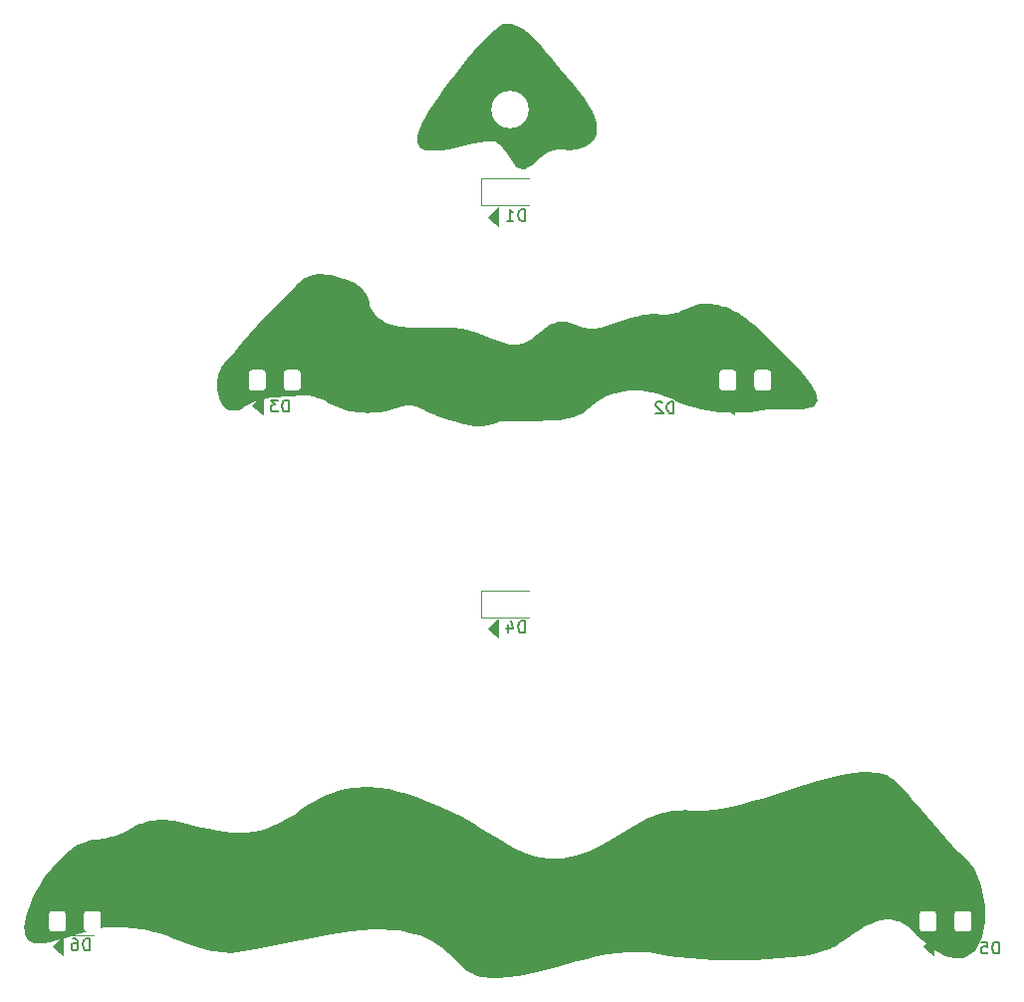
<source format=gbo>
G04 #@! TF.GenerationSoftware,KiCad,Pcbnew,7.0.2.1-36-g582732918d-dirty-deb11*
G04 #@! TF.CreationDate,2024-01-19T22:57:27+00:00*
G04 #@! TF.ProjectId,baumsatz,6261756d-7361-4747-9a2e-6b696361645f,rev?*
G04 #@! TF.SameCoordinates,Original*
G04 #@! TF.FileFunction,Legend,Bot*
G04 #@! TF.FilePolarity,Positive*
%FSLAX46Y46*%
G04 Gerber Fmt 4.6, Leading zero omitted, Abs format (unit mm)*
G04 Created by KiCad (PCBNEW 7.0.2.1-36-g582732918d-dirty-deb11) date 2024-01-19 22:57:27*
%MOMM*%
%LPD*%
G01*
G04 APERTURE LIST*
%ADD10C,0.000000*%
%ADD11C,0.150000*%
%ADD12C,0.120000*%
%ADD13C,3.200000*%
G04 APERTURE END LIST*
D10*
G36*
X-173408Y-680134D02*
G01*
X9903Y-703650D01*
X190849Y-741842D01*
X369524Y-794041D01*
X546020Y-859579D01*
X720430Y-937785D01*
X892846Y-1027992D01*
X1063363Y-1129529D01*
X1232072Y-1241729D01*
X1399067Y-1363921D01*
X1728284Y-1635609D01*
X2051756Y-1939240D01*
X2370228Y-2269462D01*
X2684442Y-2620922D01*
X2995140Y-2988269D01*
X3608961Y-3749214D01*
X4217635Y-4509476D01*
X4521898Y-4875971D01*
X4827103Y-5226238D01*
X5369425Y-5841536D01*
X5678427Y-6210619D01*
X5995888Y-6611247D01*
X6309235Y-7036361D01*
X6605891Y-7478904D01*
X6873282Y-7931818D01*
X6992073Y-8159957D01*
X7098832Y-8388043D01*
X7191987Y-8615192D01*
X7269966Y-8840522D01*
X7331197Y-9063151D01*
X7374108Y-9282196D01*
X7397128Y-9496776D01*
X7398684Y-9706008D01*
X7377205Y-9909009D01*
X7331118Y-10104898D01*
X7258853Y-10292793D01*
X7158836Y-10471810D01*
X7029495Y-10641068D01*
X6869260Y-10799684D01*
X6676558Y-10946776D01*
X6449818Y-11081462D01*
X6187466Y-11202859D01*
X5887932Y-11310086D01*
X5756787Y-11347655D01*
X5630757Y-11377024D01*
X5509424Y-11399000D01*
X5392370Y-11414391D01*
X5279176Y-11424006D01*
X5169423Y-11428652D01*
X4958568Y-11426271D01*
X4559737Y-11397444D01*
X4365064Y-11383926D01*
X4169088Y-11379626D01*
X4069565Y-11382952D01*
X3968461Y-11391006D01*
X3865356Y-11404597D01*
X3759833Y-11424533D01*
X3651472Y-11451621D01*
X3539856Y-11486670D01*
X3424565Y-11530488D01*
X3305181Y-11583883D01*
X3181286Y-11647663D01*
X3052460Y-11722635D01*
X2918286Y-11809609D01*
X2778345Y-11909392D01*
X2632218Y-12022792D01*
X2479486Y-12150617D01*
X2319731Y-12293676D01*
X2152535Y-12452777D01*
X1979975Y-12612228D01*
X1816637Y-12744418D01*
X1662030Y-12850696D01*
X1515664Y-12932413D01*
X1377049Y-12990919D01*
X1245693Y-13027565D01*
X1121108Y-13043701D01*
X1002801Y-13040677D01*
X890284Y-13019845D01*
X783066Y-12982554D01*
X680655Y-12930155D01*
X582563Y-12863999D01*
X488298Y-12785435D01*
X397370Y-12695815D01*
X309290Y-12596489D01*
X223565Y-12488807D01*
X57224Y-12253778D01*
X-105577Y-12001531D01*
X-436246Y-11488600D01*
X-611961Y-11249523D01*
X-704130Y-11139058D01*
X-799827Y-11036443D01*
X-899542Y-10943028D01*
X-1003766Y-10860164D01*
X-1112990Y-10789201D01*
X-1227703Y-10731490D01*
X-1376459Y-10687440D01*
X-1557974Y-10666750D01*
X-1769219Y-10666950D01*
X-2007166Y-10685572D01*
X-2551050Y-10768200D01*
X-3165398Y-10894879D01*
X-4508568Y-11201367D01*
X-5188933Y-11341664D01*
X-5842848Y-11446989D01*
X-6446082Y-11497586D01*
X-6721123Y-11496188D01*
X-6974408Y-11473700D01*
X-7202909Y-11427651D01*
X-7403597Y-11355574D01*
X-7573443Y-11254998D01*
X-7709420Y-11123454D01*
X-7808498Y-10958472D01*
X-7867648Y-10757583D01*
X-7883843Y-10518317D01*
X-7854054Y-10238205D01*
X-7775251Y-9914778D01*
X-7644408Y-9545566D01*
X-7458494Y-9128100D01*
X-7214481Y-8659909D01*
X-7214477Y-8659911D01*
X-6911450Y-8142192D01*
X-6548468Y-7570957D01*
X-6134795Y-6958200D01*
X-5679694Y-6315918D01*
X-5192430Y-5656107D01*
X-4682266Y-4990761D01*
X-4158466Y-4331877D01*
X-3630294Y-3691450D01*
X-3107014Y-3081476D01*
X-2597889Y-2513950D01*
X-2112184Y-2000868D01*
X-1659161Y-1554225D01*
X-1248085Y-1186018D01*
X-888220Y-908241D01*
X-730386Y-807013D01*
X-588829Y-732891D01*
X-464706Y-687374D01*
X-359176Y-671963D01*
X-173408Y-680134D01*
G37*
G36*
X-15982755Y-21983347D02*
G01*
X-15640095Y-22010673D01*
X-15278997Y-22067331D01*
X-14897921Y-22152058D01*
X-14495327Y-22263596D01*
X-14069676Y-22400683D01*
X-13619428Y-22562059D01*
X-13401029Y-22650340D01*
X-13205120Y-22742938D01*
X-13030206Y-22839579D01*
X-12874792Y-22939989D01*
X-12737381Y-23043896D01*
X-12616480Y-23151025D01*
X-12510592Y-23261103D01*
X-12418223Y-23373857D01*
X-12337876Y-23489014D01*
X-12268057Y-23606299D01*
X-12207270Y-23725439D01*
X-12154019Y-23846161D01*
X-12064148Y-24091256D01*
X-11986479Y-24339397D01*
X-11909051Y-24588395D01*
X-11819900Y-24836063D01*
X-11767190Y-24958714D01*
X-11707064Y-25080212D01*
X-11638026Y-25200284D01*
X-11558580Y-25318655D01*
X-11467231Y-25435053D01*
X-11362485Y-25549205D01*
X-11242844Y-25660835D01*
X-11106816Y-25769672D01*
X-10952903Y-25875441D01*
X-10779610Y-25977870D01*
X-10585443Y-26076683D01*
X-10368906Y-26171610D01*
X-10084525Y-26271085D01*
X-9774020Y-26350943D01*
X-9440867Y-26413213D01*
X-9088542Y-26459925D01*
X-8720523Y-26493109D01*
X-8340285Y-26514794D01*
X-7557062Y-26531787D01*
X-5996966Y-26517092D01*
X-5275719Y-26517879D01*
X-4941964Y-26527411D01*
X-4630756Y-26545740D01*
X-4326638Y-26578738D01*
X-4024058Y-26628596D01*
X-3723049Y-26693256D01*
X-3423645Y-26770659D01*
X-3125877Y-26858747D01*
X-2829779Y-26955463D01*
X-2242725Y-27166542D01*
X-1090104Y-27601663D01*
X-806617Y-27701138D01*
X-525063Y-27792775D01*
X-245476Y-27874515D01*
X32112Y-27944299D01*
X232714Y-27979898D01*
X424791Y-27994134D01*
X609012Y-27988583D01*
X786049Y-27964823D01*
X956572Y-27924429D01*
X1121250Y-27868977D01*
X1280755Y-27800045D01*
X1435756Y-27719208D01*
X1586923Y-27628043D01*
X1734926Y-27528126D01*
X2024124Y-27308342D01*
X2594048Y-26833111D01*
X2885498Y-26602885D01*
X3035190Y-26495137D01*
X3188421Y-26394401D01*
X3345861Y-26302252D01*
X3508179Y-26220268D01*
X3676047Y-26150025D01*
X3850135Y-26093098D01*
X4031112Y-26051065D01*
X4219648Y-26025502D01*
X4416415Y-26017984D01*
X4622083Y-26030089D01*
X4837320Y-26063393D01*
X5062798Y-26119472D01*
X5299188Y-26199903D01*
X5547158Y-26306261D01*
X5759511Y-26397145D01*
X5970863Y-26469579D01*
X6181395Y-26524635D01*
X6391294Y-26563388D01*
X6600741Y-26586912D01*
X6809922Y-26596282D01*
X7019019Y-26592570D01*
X7228217Y-26576852D01*
X7647649Y-26513691D01*
X8069688Y-26415392D01*
X8495806Y-26290548D01*
X8927471Y-26147751D01*
X9813328Y-25842671D01*
X10270459Y-25697573D01*
X10739020Y-25568893D01*
X11220481Y-25465223D01*
X11466508Y-25425453D01*
X11716311Y-25395157D01*
X11970074Y-25375411D01*
X12227981Y-25367288D01*
X12490216Y-25371862D01*
X12756962Y-25390207D01*
X12947167Y-25404373D01*
X13127370Y-25410084D01*
X13298235Y-25407916D01*
X13460426Y-25398446D01*
X13614606Y-25382249D01*
X13761441Y-25359903D01*
X13901593Y-25331983D01*
X14035727Y-25299065D01*
X14164506Y-25261727D01*
X14288594Y-25220544D01*
X14525354Y-25128950D01*
X14751317Y-25028893D01*
X14971795Y-24924985D01*
X15192099Y-24821835D01*
X15417540Y-24724055D01*
X15653429Y-24636254D01*
X15776951Y-24597538D01*
X15905076Y-24563045D01*
X16038469Y-24533352D01*
X16177794Y-24509036D01*
X16323713Y-24490674D01*
X16476892Y-24478840D01*
X16637994Y-24474112D01*
X16807683Y-24477066D01*
X16986622Y-24488278D01*
X17175476Y-24508325D01*
X17416038Y-24544315D01*
X17651164Y-24590202D01*
X17881094Y-24645635D01*
X18106061Y-24710265D01*
X18326303Y-24783740D01*
X18542056Y-24865710D01*
X18753555Y-24955824D01*
X18961038Y-25053730D01*
X19364898Y-25271520D01*
X19755525Y-25516272D01*
X20134809Y-25785181D01*
X20504639Y-26075442D01*
X20866906Y-26384248D01*
X21223498Y-26708792D01*
X21576306Y-27046270D01*
X21927219Y-27393875D01*
X23349717Y-28829443D01*
X23886953Y-29367236D01*
X24358561Y-29862070D01*
X24767358Y-30315710D01*
X25116157Y-30729927D01*
X25407774Y-31106487D01*
X25645025Y-31447160D01*
X25830725Y-31753712D01*
X25967690Y-32027913D01*
X26058734Y-32271530D01*
X26106673Y-32486331D01*
X26114323Y-32674085D01*
X26084498Y-32836559D01*
X26020015Y-32975522D01*
X25923688Y-33092742D01*
X25798334Y-33189987D01*
X25646766Y-33269025D01*
X25471801Y-33331624D01*
X25276254Y-33379553D01*
X24834676Y-33438470D01*
X24344554Y-33459922D01*
X23828410Y-33458054D01*
X22808153Y-33440936D01*
X22349085Y-33453975D01*
X21954087Y-33500274D01*
X21437430Y-33589553D01*
X20918077Y-33661172D01*
X20396925Y-33714828D01*
X19874873Y-33750217D01*
X19352816Y-33767036D01*
X18831654Y-33764982D01*
X18312283Y-33743749D01*
X17795601Y-33703036D01*
X17282506Y-33642538D01*
X16773894Y-33561953D01*
X16270663Y-33460975D01*
X15773711Y-33339302D01*
X15283935Y-33196630D01*
X14802232Y-33032656D01*
X14329501Y-32847075D01*
X13866639Y-32639585D01*
X13425567Y-32444441D01*
X12973686Y-32275346D01*
X12513083Y-32133631D01*
X12045845Y-32020625D01*
X11574061Y-31937660D01*
X11099817Y-31886065D01*
X10625201Y-31867172D01*
X10152301Y-31882309D01*
X9683205Y-31932809D01*
X9220000Y-32020000D01*
X8991258Y-32077770D01*
X8764773Y-32145213D01*
X8540804Y-32222494D01*
X8319613Y-32309779D01*
X8101460Y-32407235D01*
X7886606Y-32515028D01*
X7675313Y-32633324D01*
X7467841Y-32762290D01*
X7264451Y-32902092D01*
X7065405Y-33052896D01*
X6870963Y-33214868D01*
X6681385Y-33388176D01*
X6438082Y-33599061D01*
X6179054Y-33781013D01*
X5902075Y-33936118D01*
X5604919Y-34066462D01*
X5285358Y-34174132D01*
X4941165Y-34261214D01*
X4570116Y-34329794D01*
X4169982Y-34381958D01*
X3738537Y-34419793D01*
X3273555Y-34445385D01*
X2234072Y-34468184D01*
X-345314Y-34458660D01*
X-605833Y-34470393D01*
X-834232Y-34504289D01*
X-1039740Y-34554718D01*
X-1231583Y-34616054D01*
X-1611186Y-34748938D01*
X-1817401Y-34809230D01*
X-2046863Y-34857919D01*
X-2308799Y-34889378D01*
X-2612436Y-34897979D01*
X-2967002Y-34878094D01*
X-3381725Y-34824097D01*
X-3865833Y-34730360D01*
X-4428553Y-34591256D01*
X-5079113Y-34401156D01*
X-5826740Y-34154434D01*
X-6149620Y-34036676D01*
X-6443900Y-33918995D01*
X-6712885Y-33803169D01*
X-6959879Y-33690978D01*
X-7401110Y-33484618D01*
X-7601955Y-33394009D01*
X-7794026Y-33314151D01*
X-7980626Y-33246826D01*
X-8072907Y-33218419D01*
X-8165060Y-33193812D01*
X-8257498Y-33173228D01*
X-8350632Y-33156889D01*
X-8444878Y-33145017D01*
X-8540646Y-33137835D01*
X-8638352Y-33135566D01*
X-8738407Y-33138432D01*
X-8841224Y-33146654D01*
X-8947218Y-33160457D01*
X-9056799Y-33180061D01*
X-9170383Y-33205690D01*
X-9288381Y-33237566D01*
X-9411207Y-33275911D01*
X-9854988Y-33413963D01*
X-10279080Y-33527446D01*
X-10684238Y-33617730D01*
X-11071218Y-33686182D01*
X-11440776Y-33734170D01*
X-11793667Y-33763063D01*
X-12130648Y-33774227D01*
X-12452475Y-33769032D01*
X-12759902Y-33748845D01*
X-13053687Y-33715034D01*
X-13334585Y-33668967D01*
X-13603351Y-33612012D01*
X-13860742Y-33545538D01*
X-14107514Y-33470911D01*
X-14344422Y-33389501D01*
X-14572223Y-33302675D01*
X-15003524Y-33118248D01*
X-15407465Y-32928573D01*
X-15790091Y-32744595D01*
X-16157451Y-32577258D01*
X-16337296Y-32503249D01*
X-16515591Y-32437505D01*
X-16693093Y-32381393D01*
X-16870558Y-32336281D01*
X-17048741Y-32303537D01*
X-17228398Y-32284530D01*
X-17410286Y-32280627D01*
X-17595159Y-32293195D01*
X-20057160Y-32456338D01*
X-20380700Y-32498545D01*
X-20706790Y-32554508D01*
X-21035143Y-32626897D01*
X-21365471Y-32718385D01*
X-21697486Y-32831644D01*
X-22030901Y-32969348D01*
X-22365428Y-33134166D01*
X-22700780Y-33328773D01*
X-22892337Y-33436510D01*
X-23076702Y-33516057D01*
X-23253633Y-33568724D01*
X-23422890Y-33595818D01*
X-23584229Y-33598648D01*
X-23737409Y-33578521D01*
X-23882188Y-33536747D01*
X-24018324Y-33474633D01*
X-24145574Y-33393488D01*
X-24263697Y-33294620D01*
X-24372451Y-33179338D01*
X-24471594Y-33048948D01*
X-24560883Y-32904761D01*
X-24640077Y-32748083D01*
X-24708934Y-32580224D01*
X-24767212Y-32402492D01*
X-24814669Y-32216194D01*
X-24851062Y-32022639D01*
X-24876150Y-31823136D01*
X-24889691Y-31618992D01*
X-24891443Y-31411516D01*
X-24881163Y-31202017D01*
X-24858611Y-30991801D01*
X-24823543Y-30782179D01*
X-24775717Y-30574457D01*
X-24714893Y-30369945D01*
X-24640827Y-30169949D01*
X-24553279Y-29975780D01*
X-24452005Y-29788745D01*
X-24336763Y-29610152D01*
X-24207313Y-29441309D01*
X-24063413Y-29283527D01*
X-24063413Y-29283528D01*
X-24063413Y-29283529D01*
X-23729346Y-28924297D01*
X-23401923Y-28560545D01*
X-22761425Y-27823820D01*
X-21498736Y-26343839D01*
X-20854211Y-25617929D01*
X-20523768Y-25262289D01*
X-20186010Y-24912972D01*
X-19839542Y-24571061D01*
X-19482967Y-24237640D01*
X-19114890Y-23913794D01*
X-18733915Y-23600607D01*
X-18490969Y-23265293D01*
X-18244979Y-22971917D01*
X-18120362Y-22840560D01*
X-17994407Y-22719216D01*
X-17866921Y-22607725D01*
X-17737712Y-22505930D01*
X-17606587Y-22413674D01*
X-17473355Y-22330799D01*
X-17337822Y-22257148D01*
X-17199796Y-22192562D01*
X-17059085Y-22136885D01*
X-16915496Y-22089959D01*
X-16768837Y-22051626D01*
X-16618916Y-22021729D01*
X-16465539Y-22000110D01*
X-16308515Y-21986612D01*
X-16147651Y-21981077D01*
X-15982755Y-21983347D01*
G37*
G36*
X-24063413Y-29283527D02*
G01*
X-24063413Y-29283526D01*
X-24063412Y-29283526D01*
X-24063412Y-29283525D01*
X-24063411Y-29283525D01*
X-24063413Y-29283527D01*
G37*
G36*
X30940057Y-64339568D02*
G01*
X31346785Y-64391371D01*
X31736878Y-64473526D01*
X31879349Y-64518976D01*
X32025750Y-64582713D01*
X32176200Y-64664086D01*
X32330819Y-64762444D01*
X32489726Y-64877134D01*
X32653041Y-65007505D01*
X32993370Y-65312686D01*
X33352762Y-65672776D01*
X33732170Y-66082563D01*
X34132551Y-66536836D01*
X34554858Y-67030383D01*
X35469071Y-68114455D01*
X36482450Y-69293088D01*
X37028714Y-69904837D01*
X37602633Y-70524593D01*
X38205163Y-71147143D01*
X38837258Y-71767276D01*
X39093269Y-72042599D01*
X39327014Y-72356344D01*
X39538186Y-72704153D01*
X39726476Y-73081666D01*
X39891574Y-73484524D01*
X40033173Y-73908368D01*
X40150964Y-74348839D01*
X40244639Y-74801576D01*
X40358403Y-75726417D01*
X40371998Y-76648015D01*
X40340461Y-77096700D01*
X40282956Y-77531498D01*
X40199174Y-77948048D01*
X40088807Y-78341991D01*
X39951546Y-78708969D01*
X39787083Y-79044621D01*
X39595109Y-79344589D01*
X39375316Y-79604514D01*
X39127394Y-79820035D01*
X38851037Y-79986795D01*
X38545934Y-80100433D01*
X38211777Y-80156591D01*
X37848259Y-80150909D01*
X37455069Y-80079028D01*
X37031900Y-79936589D01*
X36578444Y-79719232D01*
X36094391Y-79422599D01*
X35579432Y-79042330D01*
X35033261Y-78574065D01*
X34455567Y-78013446D01*
X34220376Y-77784767D01*
X33988419Y-77583485D01*
X33759522Y-77408550D01*
X33533510Y-77258912D01*
X33310210Y-77133519D01*
X33089447Y-77031322D01*
X32871047Y-76951268D01*
X32654836Y-76892308D01*
X32440639Y-76853390D01*
X32228282Y-76833463D01*
X32017590Y-76831478D01*
X31808390Y-76846382D01*
X31600508Y-76877126D01*
X31393768Y-76922658D01*
X31187997Y-76981928D01*
X30983021Y-77053884D01*
X30778665Y-77137477D01*
X30574755Y-77231654D01*
X30167575Y-77447562D01*
X29760089Y-77693201D01*
X29350900Y-77960165D01*
X28521843Y-78524441D01*
X28099186Y-78804940D01*
X27669251Y-79073139D01*
X27422256Y-79206075D01*
X27141200Y-79331018D01*
X26484824Y-79557275D01*
X25715953Y-79752609D01*
X24850417Y-79917718D01*
X23904048Y-80053303D01*
X22892677Y-80160061D01*
X21832135Y-80238693D01*
X20738252Y-80289896D01*
X19626860Y-80314369D01*
X18513789Y-80312813D01*
X17414870Y-80285925D01*
X16345934Y-80234404D01*
X15322813Y-80158951D01*
X14361336Y-80060262D01*
X13477336Y-79939039D01*
X12686642Y-79795978D01*
X12234252Y-79712894D01*
X11784315Y-79651634D01*
X11336740Y-79610958D01*
X10891434Y-79589629D01*
X10007265Y-79600059D01*
X9131070Y-79673018D01*
X8262114Y-79798601D01*
X7399660Y-79966902D01*
X6542973Y-80168016D01*
X5691316Y-80392038D01*
X4000149Y-80869184D01*
X2320271Y-81319097D01*
X1482725Y-81509078D01*
X645793Y-81662535D01*
X-191262Y-81769563D01*
X-1029174Y-81820255D01*
X-1429824Y-81819423D01*
X-1796912Y-81798540D01*
X-2133037Y-81758789D01*
X-2440798Y-81701352D01*
X-2722792Y-81627411D01*
X-2981617Y-81538150D01*
X-3219872Y-81434750D01*
X-3440155Y-81318395D01*
X-3645064Y-81190266D01*
X-3837197Y-81051546D01*
X-4019153Y-80903417D01*
X-4193529Y-80747062D01*
X-4529935Y-80414403D01*
X-4867200Y-80063030D01*
X-5226111Y-79702401D01*
X-5420178Y-79521572D01*
X-5627451Y-79341976D01*
X-5850528Y-79164797D01*
X-6092007Y-78991216D01*
X-6354486Y-78822415D01*
X-6640563Y-78659578D01*
X-6952837Y-78503887D01*
X-7293905Y-78356525D01*
X-7666366Y-78218672D01*
X-8072818Y-78091513D01*
X-8515859Y-77976230D01*
X-8998087Y-77874005D01*
X-9522101Y-77786020D01*
X-10090498Y-77713459D01*
X-10831447Y-77671422D01*
X-11670424Y-77689430D01*
X-12590434Y-77759289D01*
X-13574481Y-77872806D01*
X-15666706Y-78198041D01*
X-17811138Y-78599588D01*
X-21712770Y-79369431D01*
X-23198046Y-79606634D01*
X-23764815Y-79659629D01*
X-24191679Y-79657963D01*
X-24582845Y-79617417D01*
X-24952274Y-79568923D01*
X-25301566Y-79513100D01*
X-25632323Y-79450566D01*
X-26244641Y-79307842D01*
X-26802041Y-79145702D01*
X-27317338Y-78969097D01*
X-27803345Y-78782978D01*
X-28738750Y-78402004D01*
X-29213775Y-78217050D01*
X-29710768Y-78042387D01*
X-30242542Y-77882966D01*
X-30821913Y-77743736D01*
X-31133451Y-77683241D01*
X-31461693Y-77629651D01*
X-31808242Y-77583584D01*
X-32174699Y-77545660D01*
X-32562665Y-77516497D01*
X-32973742Y-77496715D01*
X-33409533Y-77486931D01*
X-33871638Y-77487766D01*
X-34168987Y-77501886D01*
X-34478476Y-77535005D01*
X-35127155Y-77649350D01*
X-35804234Y-77813017D01*
X-36496271Y-78008223D01*
X-37871448Y-78422124D01*
X-38527704Y-78605253D01*
X-39145148Y-78748790D01*
X-39710339Y-78834954D01*
X-39969138Y-78850963D01*
X-40209834Y-78845960D01*
X-40430745Y-78817722D01*
X-40630191Y-78764026D01*
X-40806492Y-78682650D01*
X-40957967Y-78571370D01*
X-41082937Y-78427964D01*
X-41179721Y-78250208D01*
X-41246639Y-78035881D01*
X-41282010Y-77782759D01*
X-41284155Y-77488619D01*
X-41251392Y-77151238D01*
X-41182043Y-76768394D01*
X-41074425Y-76337864D01*
X-40941605Y-75921137D01*
X-40766331Y-75468338D01*
X-40551149Y-74987870D01*
X-40298609Y-74488138D01*
X-40011259Y-73977546D01*
X-39691647Y-73464499D01*
X-39342322Y-72957401D01*
X-38965831Y-72464656D01*
X-38564723Y-71994670D01*
X-38141546Y-71555846D01*
X-37698848Y-71156589D01*
X-37470975Y-70974424D01*
X-37239177Y-70805303D01*
X-37003774Y-70650276D01*
X-36765083Y-70510393D01*
X-36523423Y-70386705D01*
X-36279112Y-70280263D01*
X-36032470Y-70192117D01*
X-35783814Y-70123318D01*
X-35533463Y-70074916D01*
X-35281736Y-70047962D01*
X-35281735Y-70047962D01*
X-34979943Y-70022708D01*
X-34695816Y-69986730D01*
X-34428039Y-69940977D01*
X-34175294Y-69886398D01*
X-33936268Y-69823940D01*
X-33709645Y-69754552D01*
X-33494108Y-69679182D01*
X-33288343Y-69598778D01*
X-32900864Y-69426662D01*
X-32536684Y-69245791D01*
X-31836123Y-68888124D01*
X-31478694Y-68726501D01*
X-31293587Y-68653312D01*
X-31102465Y-68586467D01*
X-30904012Y-68526916D01*
X-30696913Y-68475607D01*
X-30479852Y-68433489D01*
X-30251513Y-68401508D01*
X-30010581Y-68380615D01*
X-29755741Y-68371756D01*
X-29485677Y-68375880D01*
X-29199072Y-68393936D01*
X-28894613Y-68426872D01*
X-28570983Y-68475635D01*
X-28226866Y-68541175D01*
X-27860947Y-68624439D01*
X-26280472Y-68997352D01*
X-25557701Y-69149593D01*
X-24872819Y-69274619D01*
X-24220512Y-69369123D01*
X-23595463Y-69429804D01*
X-22992356Y-69453354D01*
X-22405876Y-69436472D01*
X-21830708Y-69375851D01*
X-21261535Y-69268187D01*
X-20693042Y-69110177D01*
X-20119912Y-68898516D01*
X-19536832Y-68629898D01*
X-18938483Y-68301021D01*
X-18319552Y-67908579D01*
X-17674722Y-67449268D01*
X-17200222Y-67113894D01*
X-16725216Y-66816649D01*
X-16250237Y-66555946D01*
X-15775816Y-66330200D01*
X-15302482Y-66137824D01*
X-14830767Y-65977232D01*
X-14361201Y-65846839D01*
X-13894316Y-65745058D01*
X-13430642Y-65670303D01*
X-12970711Y-65620988D01*
X-12515052Y-65595528D01*
X-12064197Y-65592335D01*
X-11179021Y-65646409D01*
X-10319430Y-65770522D01*
X-9489670Y-65951986D01*
X-8693989Y-66178113D01*
X-7936631Y-66436213D01*
X-7221845Y-66713599D01*
X-5936973Y-67275472D01*
X-4873344Y-67762226D01*
X-4250007Y-68057054D01*
X-3640713Y-68379693D01*
X-3043011Y-68722577D01*
X-2454446Y-69078140D01*
X-1294917Y-69797034D01*
X-719046Y-70145232D01*
X-142499Y-70475843D01*
X437176Y-70781300D01*
X1022434Y-71054037D01*
X1615727Y-71286487D01*
X1916153Y-71385240D01*
X2219508Y-71471084D01*
X2526099Y-71543072D01*
X2836232Y-71600260D01*
X3150213Y-71641702D01*
X3468350Y-71666451D01*
X3790949Y-71673562D01*
X4118317Y-71662089D01*
X4450761Y-71631087D01*
X4788586Y-71579609D01*
X5192965Y-71496828D01*
X5582120Y-71399455D01*
X5957096Y-71288674D01*
X6318935Y-71165667D01*
X6668681Y-71031620D01*
X7007377Y-70887715D01*
X7655795Y-70575066D01*
X8272537Y-70237188D01*
X8865948Y-69883550D01*
X10016172Y-69166868D01*
X10589679Y-68822760D01*
X11173247Y-68500767D01*
X11775222Y-68210355D01*
X12085721Y-68079951D01*
X12403952Y-67960993D01*
X12730959Y-67854665D01*
X13067786Y-67762150D01*
X13415474Y-67684633D01*
X13775069Y-67623295D01*
X14147613Y-67579321D01*
X14534149Y-67553895D01*
X14935722Y-67548200D01*
X15353375Y-67563419D01*
X15851277Y-67579890D01*
X16358860Y-67570246D01*
X17399560Y-67480144D01*
X18468458Y-67308170D01*
X19558535Y-67069384D01*
X20662774Y-66778841D01*
X21774155Y-66451601D01*
X23990276Y-65747259D01*
X26150753Y-65076818D01*
X27192580Y-64791955D01*
X28199442Y-64560741D01*
X29164320Y-64398233D01*
X30080198Y-64319489D01*
X30517568Y-64316235D01*
X30940057Y-64339568D01*
G37*
D11*
X-35761905Y-79462619D02*
X-35761905Y-78462619D01*
X-35761905Y-78462619D02*
X-36000000Y-78462619D01*
X-36000000Y-78462619D02*
X-36142857Y-78510238D01*
X-36142857Y-78510238D02*
X-36238095Y-78605476D01*
X-36238095Y-78605476D02*
X-36285714Y-78700714D01*
X-36285714Y-78700714D02*
X-36333333Y-78891190D01*
X-36333333Y-78891190D02*
X-36333333Y-79034047D01*
X-36333333Y-79034047D02*
X-36285714Y-79224523D01*
X-36285714Y-79224523D02*
X-36238095Y-79319761D01*
X-36238095Y-79319761D02*
X-36142857Y-79415000D01*
X-36142857Y-79415000D02*
X-36000000Y-79462619D01*
X-36000000Y-79462619D02*
X-35761905Y-79462619D01*
X-37190476Y-78462619D02*
X-37000000Y-78462619D01*
X-37000000Y-78462619D02*
X-36904762Y-78510238D01*
X-36904762Y-78510238D02*
X-36857143Y-78557857D01*
X-36857143Y-78557857D02*
X-36761905Y-78700714D01*
X-36761905Y-78700714D02*
X-36714286Y-78891190D01*
X-36714286Y-78891190D02*
X-36714286Y-79272142D01*
X-36714286Y-79272142D02*
X-36761905Y-79367380D01*
X-36761905Y-79367380D02*
X-36809524Y-79415000D01*
X-36809524Y-79415000D02*
X-36904762Y-79462619D01*
X-36904762Y-79462619D02*
X-37095238Y-79462619D01*
X-37095238Y-79462619D02*
X-37190476Y-79415000D01*
X-37190476Y-79415000D02*
X-37238095Y-79367380D01*
X-37238095Y-79367380D02*
X-37285714Y-79272142D01*
X-37285714Y-79272142D02*
X-37285714Y-79034047D01*
X-37285714Y-79034047D02*
X-37238095Y-78938809D01*
X-37238095Y-78938809D02*
X-37190476Y-78891190D01*
X-37190476Y-78891190D02*
X-37095238Y-78843571D01*
X-37095238Y-78843571D02*
X-36904762Y-78843571D01*
X-36904762Y-78843571D02*
X-36809524Y-78891190D01*
X-36809524Y-78891190D02*
X-36761905Y-78938809D01*
X-36761905Y-78938809D02*
X-36714286Y-79034047D01*
X1238094Y-52462619D02*
X1238094Y-51462619D01*
X1238094Y-51462619D02*
X999999Y-51462619D01*
X999999Y-51462619D02*
X857142Y-51510238D01*
X857142Y-51510238D02*
X761904Y-51605476D01*
X761904Y-51605476D02*
X714285Y-51700714D01*
X714285Y-51700714D02*
X666666Y-51891190D01*
X666666Y-51891190D02*
X666666Y-52034047D01*
X666666Y-52034047D02*
X714285Y-52224523D01*
X714285Y-52224523D02*
X761904Y-52319761D01*
X761904Y-52319761D02*
X857142Y-52415000D01*
X857142Y-52415000D02*
X999999Y-52462619D01*
X999999Y-52462619D02*
X1238094Y-52462619D01*
X-190476Y-51795952D02*
X-190476Y-52462619D01*
X47618Y-51415000D02*
X285713Y-52129285D01*
X285713Y-52129285D02*
X-333333Y-52129285D01*
X41538094Y-79732619D02*
X41538094Y-78732619D01*
X41538094Y-78732619D02*
X41299999Y-78732619D01*
X41299999Y-78732619D02*
X41157142Y-78780238D01*
X41157142Y-78780238D02*
X41061904Y-78875476D01*
X41061904Y-78875476D02*
X41014285Y-78970714D01*
X41014285Y-78970714D02*
X40966666Y-79161190D01*
X40966666Y-79161190D02*
X40966666Y-79304047D01*
X40966666Y-79304047D02*
X41014285Y-79494523D01*
X41014285Y-79494523D02*
X41061904Y-79589761D01*
X41061904Y-79589761D02*
X41157142Y-79685000D01*
X41157142Y-79685000D02*
X41299999Y-79732619D01*
X41299999Y-79732619D02*
X41538094Y-79732619D01*
X40061904Y-78732619D02*
X40538094Y-78732619D01*
X40538094Y-78732619D02*
X40585713Y-79208809D01*
X40585713Y-79208809D02*
X40538094Y-79161190D01*
X40538094Y-79161190D02*
X40442856Y-79113571D01*
X40442856Y-79113571D02*
X40204761Y-79113571D01*
X40204761Y-79113571D02*
X40109523Y-79161190D01*
X40109523Y-79161190D02*
X40061904Y-79208809D01*
X40061904Y-79208809D02*
X40014285Y-79304047D01*
X40014285Y-79304047D02*
X40014285Y-79542142D01*
X40014285Y-79542142D02*
X40061904Y-79637380D01*
X40061904Y-79637380D02*
X40109523Y-79685000D01*
X40109523Y-79685000D02*
X40204761Y-79732619D01*
X40204761Y-79732619D02*
X40442856Y-79732619D01*
X40442856Y-79732619D02*
X40538094Y-79685000D01*
X40538094Y-79685000D02*
X40585713Y-79637380D01*
X13898094Y-33822619D02*
X13898094Y-32822619D01*
X13898094Y-32822619D02*
X13659999Y-32822619D01*
X13659999Y-32822619D02*
X13517142Y-32870238D01*
X13517142Y-32870238D02*
X13421904Y-32965476D01*
X13421904Y-32965476D02*
X13374285Y-33060714D01*
X13374285Y-33060714D02*
X13326666Y-33251190D01*
X13326666Y-33251190D02*
X13326666Y-33394047D01*
X13326666Y-33394047D02*
X13374285Y-33584523D01*
X13374285Y-33584523D02*
X13421904Y-33679761D01*
X13421904Y-33679761D02*
X13517142Y-33775000D01*
X13517142Y-33775000D02*
X13659999Y-33822619D01*
X13659999Y-33822619D02*
X13898094Y-33822619D01*
X12945713Y-32917857D02*
X12898094Y-32870238D01*
X12898094Y-32870238D02*
X12802856Y-32822619D01*
X12802856Y-32822619D02*
X12564761Y-32822619D01*
X12564761Y-32822619D02*
X12469523Y-32870238D01*
X12469523Y-32870238D02*
X12421904Y-32917857D01*
X12421904Y-32917857D02*
X12374285Y-33013095D01*
X12374285Y-33013095D02*
X12374285Y-33108333D01*
X12374285Y-33108333D02*
X12421904Y-33251190D01*
X12421904Y-33251190D02*
X12993332Y-33822619D01*
X12993332Y-33822619D02*
X12374285Y-33822619D01*
X-18811905Y-33682619D02*
X-18811905Y-32682619D01*
X-18811905Y-32682619D02*
X-19050000Y-32682619D01*
X-19050000Y-32682619D02*
X-19192857Y-32730238D01*
X-19192857Y-32730238D02*
X-19288095Y-32825476D01*
X-19288095Y-32825476D02*
X-19335714Y-32920714D01*
X-19335714Y-32920714D02*
X-19383333Y-33111190D01*
X-19383333Y-33111190D02*
X-19383333Y-33254047D01*
X-19383333Y-33254047D02*
X-19335714Y-33444523D01*
X-19335714Y-33444523D02*
X-19288095Y-33539761D01*
X-19288095Y-33539761D02*
X-19192857Y-33635000D01*
X-19192857Y-33635000D02*
X-19050000Y-33682619D01*
X-19050000Y-33682619D02*
X-18811905Y-33682619D01*
X-19716667Y-32682619D02*
X-20335714Y-32682619D01*
X-20335714Y-32682619D02*
X-20002381Y-33063571D01*
X-20002381Y-33063571D02*
X-20145238Y-33063571D01*
X-20145238Y-33063571D02*
X-20240476Y-33111190D01*
X-20240476Y-33111190D02*
X-20288095Y-33158809D01*
X-20288095Y-33158809D02*
X-20335714Y-33254047D01*
X-20335714Y-33254047D02*
X-20335714Y-33492142D01*
X-20335714Y-33492142D02*
X-20288095Y-33587380D01*
X-20288095Y-33587380D02*
X-20240476Y-33635000D01*
X-20240476Y-33635000D02*
X-20145238Y-33682619D01*
X-20145238Y-33682619D02*
X-19859524Y-33682619D01*
X-19859524Y-33682619D02*
X-19764286Y-33635000D01*
X-19764286Y-33635000D02*
X-19716667Y-33587380D01*
X1238094Y-17462619D02*
X1238094Y-16462619D01*
X1238094Y-16462619D02*
X999999Y-16462619D01*
X999999Y-16462619D02*
X857142Y-16510238D01*
X857142Y-16510238D02*
X761904Y-16605476D01*
X761904Y-16605476D02*
X714285Y-16700714D01*
X714285Y-16700714D02*
X666666Y-16891190D01*
X666666Y-16891190D02*
X666666Y-17034047D01*
X666666Y-17034047D02*
X714285Y-17224523D01*
X714285Y-17224523D02*
X761904Y-17319761D01*
X761904Y-17319761D02*
X857142Y-17415000D01*
X857142Y-17415000D02*
X999999Y-17462619D01*
X999999Y-17462619D02*
X1238094Y-17462619D01*
X-285714Y-17462619D02*
X285713Y-17462619D01*
X0Y-17462619D02*
X0Y-16462619D01*
X0Y-16462619D02*
X95237Y-16605476D01*
X95237Y-16605476D02*
X190475Y-16700714D01*
X190475Y-16700714D02*
X285713Y-16748333D01*
D12*
X-39460000Y-75865000D02*
X-35400000Y-75865000D01*
X-39460000Y-78135000D02*
X-39460000Y-75865000D01*
X-35400000Y-78135000D02*
X-39460000Y-78135000D01*
X-38000000Y-79900000D02*
X-38900000Y-79100000D01*
X-38000000Y-78300000D01*
X-38000000Y-79900000D01*
G36*
X-38000000Y-79900000D02*
G01*
X-38900000Y-79100000D01*
X-38000000Y-78300000D01*
X-38000000Y-79900000D01*
G37*
X-2460000Y-48865000D02*
X1600000Y-48865000D01*
X-2460000Y-51135000D02*
X-2460000Y-48865000D01*
X1600000Y-51135000D02*
X-2460000Y-51135000D01*
X-1000000Y-52900000D02*
X-1900000Y-52100000D01*
X-1000000Y-51300000D01*
X-1000000Y-52900000D01*
G36*
X-1000000Y-52900000D02*
G01*
X-1900000Y-52100000D01*
X-1000000Y-51300000D01*
X-1000000Y-52900000D01*
G37*
X34540000Y-75865000D02*
X38600000Y-75865000D01*
X34540000Y-78135000D02*
X34540000Y-75865000D01*
X38600000Y-78135000D02*
X34540000Y-78135000D01*
X36000000Y-79900000D02*
X35100000Y-79100000D01*
X36000000Y-78300000D01*
X36000000Y-79900000D01*
G36*
X36000000Y-79900000D02*
G01*
X35100000Y-79100000D01*
X36000000Y-78300000D01*
X36000000Y-79900000D01*
G37*
X17540000Y-29865000D02*
X21600000Y-29865000D01*
X17540000Y-32135000D02*
X17540000Y-29865000D01*
X21600000Y-32135000D02*
X17540000Y-32135000D01*
X19000000Y-33900000D02*
X18100000Y-33100000D01*
X19000000Y-32300000D01*
X19000000Y-33900000D01*
G36*
X19000000Y-33900000D02*
G01*
X18100000Y-33100000D01*
X19000000Y-32300000D01*
X19000000Y-33900000D01*
G37*
X-22460000Y-29865000D02*
X-18400000Y-29865000D01*
X-22460000Y-32135000D02*
X-22460000Y-29865000D01*
X-18400000Y-32135000D02*
X-22460000Y-32135000D01*
X-21000000Y-33900000D02*
X-21900000Y-33100000D01*
X-21000000Y-32300000D01*
X-21000000Y-33900000D01*
G36*
X-21000000Y-33900000D02*
G01*
X-21900000Y-33100000D01*
X-21000000Y-32300000D01*
X-21000000Y-33900000D01*
G37*
X-2460000Y-13865000D02*
X1600000Y-13865000D01*
X-2460000Y-16135000D02*
X-2460000Y-13865000D01*
X1600000Y-16135000D02*
X-2460000Y-16135000D01*
X-1000000Y-17900000D02*
X-1900000Y-17100000D01*
X-1000000Y-16300000D01*
X-1000000Y-17900000D01*
G36*
X-1000000Y-17900000D02*
G01*
X-1900000Y-17100000D01*
X-1000000Y-16300000D01*
X-1000000Y-17900000D01*
G37*
%LPC*%
D13*
X0Y-8000000D03*
G36*
G01*
X-39200000Y-77624999D02*
X-39200000Y-76375001D01*
G75*
G02*
X-38949999Y-76125000I250001J0D01*
G01*
X-38025001Y-76125000D01*
G75*
G02*
X-37775000Y-76375001I0J-250001D01*
G01*
X-37775000Y-77624999D01*
G75*
G02*
X-38025001Y-77875000I-250001J0D01*
G01*
X-38949999Y-77875000D01*
G75*
G02*
X-39200000Y-77624999I0J250001D01*
G01*
G37*
G36*
G01*
X-36225000Y-77624999D02*
X-36225000Y-76375001D01*
G75*
G02*
X-35974999Y-76125000I250001J0D01*
G01*
X-35050001Y-76125000D01*
G75*
G02*
X-34800000Y-76375001I0J-250001D01*
G01*
X-34800000Y-77624999D01*
G75*
G02*
X-35050001Y-77875000I-250001J0D01*
G01*
X-35974999Y-77875000D01*
G75*
G02*
X-36225000Y-77624999I0J250001D01*
G01*
G37*
G36*
G01*
X-2200000Y-50624999D02*
X-2200000Y-49375001D01*
G75*
G02*
X-1949999Y-49125000I250001J0D01*
G01*
X-1025001Y-49125000D01*
G75*
G02*
X-775000Y-49375001I0J-250001D01*
G01*
X-775000Y-50624999D01*
G75*
G02*
X-1025001Y-50875000I-250001J0D01*
G01*
X-1949999Y-50875000D01*
G75*
G02*
X-2200000Y-50624999I0J250001D01*
G01*
G37*
G36*
G01*
X775000Y-50624999D02*
X775000Y-49375001D01*
G75*
G02*
X1025001Y-49125000I250001J0D01*
G01*
X1949999Y-49125000D01*
G75*
G02*
X2200000Y-49375001I0J-250001D01*
G01*
X2200000Y-50624999D01*
G75*
G02*
X1949999Y-50875000I-250001J0D01*
G01*
X1025001Y-50875000D01*
G75*
G02*
X775000Y-50624999I0J250001D01*
G01*
G37*
G36*
G01*
X34800000Y-77624999D02*
X34800000Y-76375001D01*
G75*
G02*
X35050001Y-76125000I250001J0D01*
G01*
X35974999Y-76125000D01*
G75*
G02*
X36225000Y-76375001I0J-250001D01*
G01*
X36225000Y-77624999D01*
G75*
G02*
X35974999Y-77875000I-250001J0D01*
G01*
X35050001Y-77875000D01*
G75*
G02*
X34800000Y-77624999I0J250001D01*
G01*
G37*
G36*
G01*
X37775000Y-77624999D02*
X37775000Y-76375001D01*
G75*
G02*
X38025001Y-76125000I250001J0D01*
G01*
X38949999Y-76125000D01*
G75*
G02*
X39200000Y-76375001I0J-250001D01*
G01*
X39200000Y-77624999D01*
G75*
G02*
X38949999Y-77875000I-250001J0D01*
G01*
X38025001Y-77875000D01*
G75*
G02*
X37775000Y-77624999I0J250001D01*
G01*
G37*
G36*
G01*
X17800000Y-31624999D02*
X17800000Y-30375001D01*
G75*
G02*
X18050001Y-30125000I250001J0D01*
G01*
X18974999Y-30125000D01*
G75*
G02*
X19225000Y-30375001I0J-250001D01*
G01*
X19225000Y-31624999D01*
G75*
G02*
X18974999Y-31875000I-250001J0D01*
G01*
X18050001Y-31875000D01*
G75*
G02*
X17800000Y-31624999I0J250001D01*
G01*
G37*
G36*
G01*
X20775000Y-31624999D02*
X20775000Y-30375001D01*
G75*
G02*
X21025001Y-30125000I250001J0D01*
G01*
X21949999Y-30125000D01*
G75*
G02*
X22200000Y-30375001I0J-250001D01*
G01*
X22200000Y-31624999D01*
G75*
G02*
X21949999Y-31875000I-250001J0D01*
G01*
X21025001Y-31875000D01*
G75*
G02*
X20775000Y-31624999I0J250001D01*
G01*
G37*
G36*
G01*
X-22200000Y-31624999D02*
X-22200000Y-30375001D01*
G75*
G02*
X-21949999Y-30125000I250001J0D01*
G01*
X-21025001Y-30125000D01*
G75*
G02*
X-20775000Y-30375001I0J-250001D01*
G01*
X-20775000Y-31624999D01*
G75*
G02*
X-21025001Y-31875000I-250001J0D01*
G01*
X-21949999Y-31875000D01*
G75*
G02*
X-22200000Y-31624999I0J250001D01*
G01*
G37*
G36*
G01*
X-19225000Y-31624999D02*
X-19225000Y-30375001D01*
G75*
G02*
X-18974999Y-30125000I250001J0D01*
G01*
X-18050001Y-30125000D01*
G75*
G02*
X-17800000Y-30375001I0J-250001D01*
G01*
X-17800000Y-31624999D01*
G75*
G02*
X-18050001Y-31875000I-250001J0D01*
G01*
X-18974999Y-31875000D01*
G75*
G02*
X-19225000Y-31624999I0J250001D01*
G01*
G37*
G36*
G01*
X-2200000Y-15624999D02*
X-2200000Y-14375001D01*
G75*
G02*
X-1949999Y-14125000I250001J0D01*
G01*
X-1025001Y-14125000D01*
G75*
G02*
X-775000Y-14375001I0J-250001D01*
G01*
X-775000Y-15624999D01*
G75*
G02*
X-1025001Y-15875000I-250001J0D01*
G01*
X-1949999Y-15875000D01*
G75*
G02*
X-2200000Y-15624999I0J250001D01*
G01*
G37*
G36*
G01*
X775000Y-15624999D02*
X775000Y-14375001D01*
G75*
G02*
X1025001Y-14125000I250001J0D01*
G01*
X1949999Y-14125000D01*
G75*
G02*
X2200000Y-14375001I0J-250001D01*
G01*
X2200000Y-15624999D01*
G75*
G02*
X1949999Y-15875000I-250001J0D01*
G01*
X1025001Y-15875000D01*
G75*
G02*
X775000Y-15624999I0J250001D01*
G01*
G37*
%LPD*%
M02*

</source>
